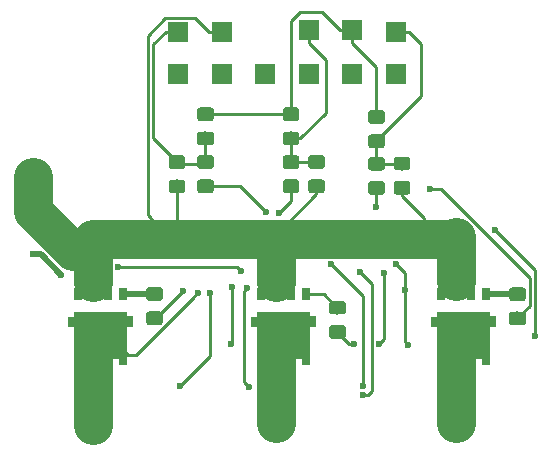
<source format=gbr>
G04 #@! TF.GenerationSoftware,KiCad,Pcbnew,(5.1.4)-1*
G04 #@! TF.CreationDate,2019-11-24T23:21:18+05:30*
G04 #@! TF.ProjectId,half_bridge_fd6288_v3.0,68616c66-5f62-4726-9964-67655f666436,rev?*
G04 #@! TF.SameCoordinates,Original*
G04 #@! TF.FileFunction,Copper,L2,Bot*
G04 #@! TF.FilePolarity,Positive*
%FSLAX46Y46*%
G04 Gerber Fmt 4.6, Leading zero omitted, Abs format (unit mm)*
G04 Created by KiCad (PCBNEW (5.1.4)-1) date 2019-11-24 23:21:18*
%MOMM*%
%LPD*%
G04 APERTURE LIST*
%ADD10C,1.524000*%
%ADD11C,0.150000*%
%ADD12R,0.750000X1.000000*%
%ADD13C,1.150000*%
%ADD14R,1.700000X1.700000*%
%ADD15C,0.600000*%
%ADD16C,0.800000*%
%ADD17C,3.290000*%
%ADD18C,0.500000*%
%ADD19C,0.250000*%
G04 APERTURE END LIST*
D10*
X45212000Y-112776000D03*
D11*
G36*
X47492000Y-111826000D02*
G01*
X47987000Y-111826000D01*
X47987000Y-112776000D01*
X47492000Y-112776000D01*
X47492000Y-115976000D01*
X46742000Y-115976000D01*
X46742000Y-115481000D01*
X43682000Y-115481000D01*
X43682000Y-115976000D01*
X42932000Y-115976000D01*
X42932000Y-112776000D01*
X42437000Y-112776000D01*
X42437000Y-111871000D01*
X42932000Y-111871000D01*
X42932000Y-111446000D01*
X47492000Y-111446000D01*
X47492000Y-111826000D01*
X47492000Y-111826000D01*
G37*
D12*
X47117000Y-109981000D03*
X45847000Y-109981000D03*
X44577000Y-109981000D03*
X43307000Y-109981000D03*
D10*
X60706000Y-112776000D03*
D11*
G36*
X62986000Y-111826000D02*
G01*
X63481000Y-111826000D01*
X63481000Y-112776000D01*
X62986000Y-112776000D01*
X62986000Y-115976000D01*
X62236000Y-115976000D01*
X62236000Y-115481000D01*
X59176000Y-115481000D01*
X59176000Y-115976000D01*
X58426000Y-115976000D01*
X58426000Y-112776000D01*
X57931000Y-112776000D01*
X57931000Y-111871000D01*
X58426000Y-111871000D01*
X58426000Y-111446000D01*
X62986000Y-111446000D01*
X62986000Y-111826000D01*
X62986000Y-111826000D01*
G37*
D12*
X62611000Y-109981000D03*
X61341000Y-109981000D03*
X60071000Y-109981000D03*
X58801000Y-109981000D03*
D10*
X75946000Y-112776000D03*
D11*
G36*
X78226000Y-111826000D02*
G01*
X78721000Y-111826000D01*
X78721000Y-112776000D01*
X78226000Y-112776000D01*
X78226000Y-115976000D01*
X77476000Y-115976000D01*
X77476000Y-115481000D01*
X74416000Y-115481000D01*
X74416000Y-115976000D01*
X73666000Y-115976000D01*
X73666000Y-112776000D01*
X73171000Y-112776000D01*
X73171000Y-111871000D01*
X73666000Y-111871000D01*
X73666000Y-111446000D01*
X78226000Y-111446000D01*
X78226000Y-111826000D01*
X78226000Y-111826000D01*
G37*
D12*
X77851000Y-109981000D03*
X76581000Y-109981000D03*
X75311000Y-109981000D03*
X74041000Y-109981000D03*
D11*
G36*
X50258505Y-111440204D02*
G01*
X50282773Y-111443804D01*
X50306572Y-111449765D01*
X50329671Y-111458030D01*
X50351850Y-111468520D01*
X50372893Y-111481132D01*
X50392599Y-111495747D01*
X50410777Y-111512223D01*
X50427253Y-111530401D01*
X50441868Y-111550107D01*
X50454480Y-111571150D01*
X50464970Y-111593329D01*
X50473235Y-111616428D01*
X50479196Y-111640227D01*
X50482796Y-111664495D01*
X50484000Y-111688999D01*
X50484000Y-112339001D01*
X50482796Y-112363505D01*
X50479196Y-112387773D01*
X50473235Y-112411572D01*
X50464970Y-112434671D01*
X50454480Y-112456850D01*
X50441868Y-112477893D01*
X50427253Y-112497599D01*
X50410777Y-112515777D01*
X50392599Y-112532253D01*
X50372893Y-112546868D01*
X50351850Y-112559480D01*
X50329671Y-112569970D01*
X50306572Y-112578235D01*
X50282773Y-112584196D01*
X50258505Y-112587796D01*
X50234001Y-112589000D01*
X49333999Y-112589000D01*
X49309495Y-112587796D01*
X49285227Y-112584196D01*
X49261428Y-112578235D01*
X49238329Y-112569970D01*
X49216150Y-112559480D01*
X49195107Y-112546868D01*
X49175401Y-112532253D01*
X49157223Y-112515777D01*
X49140747Y-112497599D01*
X49126132Y-112477893D01*
X49113520Y-112456850D01*
X49103030Y-112434671D01*
X49094765Y-112411572D01*
X49088804Y-112387773D01*
X49085204Y-112363505D01*
X49084000Y-112339001D01*
X49084000Y-111688999D01*
X49085204Y-111664495D01*
X49088804Y-111640227D01*
X49094765Y-111616428D01*
X49103030Y-111593329D01*
X49113520Y-111571150D01*
X49126132Y-111550107D01*
X49140747Y-111530401D01*
X49157223Y-111512223D01*
X49175401Y-111495747D01*
X49195107Y-111481132D01*
X49216150Y-111468520D01*
X49238329Y-111458030D01*
X49261428Y-111449765D01*
X49285227Y-111443804D01*
X49309495Y-111440204D01*
X49333999Y-111439000D01*
X50234001Y-111439000D01*
X50258505Y-111440204D01*
X50258505Y-111440204D01*
G37*
D13*
X49784000Y-112014000D03*
D11*
G36*
X50258505Y-109390204D02*
G01*
X50282773Y-109393804D01*
X50306572Y-109399765D01*
X50329671Y-109408030D01*
X50351850Y-109418520D01*
X50372893Y-109431132D01*
X50392599Y-109445747D01*
X50410777Y-109462223D01*
X50427253Y-109480401D01*
X50441868Y-109500107D01*
X50454480Y-109521150D01*
X50464970Y-109543329D01*
X50473235Y-109566428D01*
X50479196Y-109590227D01*
X50482796Y-109614495D01*
X50484000Y-109638999D01*
X50484000Y-110289001D01*
X50482796Y-110313505D01*
X50479196Y-110337773D01*
X50473235Y-110361572D01*
X50464970Y-110384671D01*
X50454480Y-110406850D01*
X50441868Y-110427893D01*
X50427253Y-110447599D01*
X50410777Y-110465777D01*
X50392599Y-110482253D01*
X50372893Y-110496868D01*
X50351850Y-110509480D01*
X50329671Y-110519970D01*
X50306572Y-110528235D01*
X50282773Y-110534196D01*
X50258505Y-110537796D01*
X50234001Y-110539000D01*
X49333999Y-110539000D01*
X49309495Y-110537796D01*
X49285227Y-110534196D01*
X49261428Y-110528235D01*
X49238329Y-110519970D01*
X49216150Y-110509480D01*
X49195107Y-110496868D01*
X49175401Y-110482253D01*
X49157223Y-110465777D01*
X49140747Y-110447599D01*
X49126132Y-110427893D01*
X49113520Y-110406850D01*
X49103030Y-110384671D01*
X49094765Y-110361572D01*
X49088804Y-110337773D01*
X49085204Y-110313505D01*
X49084000Y-110289001D01*
X49084000Y-109638999D01*
X49085204Y-109614495D01*
X49088804Y-109590227D01*
X49094765Y-109566428D01*
X49103030Y-109543329D01*
X49113520Y-109521150D01*
X49126132Y-109500107D01*
X49140747Y-109480401D01*
X49157223Y-109462223D01*
X49175401Y-109445747D01*
X49195107Y-109431132D01*
X49216150Y-109418520D01*
X49238329Y-109408030D01*
X49261428Y-109399765D01*
X49285227Y-109393804D01*
X49309495Y-109390204D01*
X49333999Y-109389000D01*
X50234001Y-109389000D01*
X50258505Y-109390204D01*
X50258505Y-109390204D01*
G37*
D13*
X49784000Y-109964000D03*
D11*
G36*
X52163505Y-100282204D02*
G01*
X52187773Y-100285804D01*
X52211572Y-100291765D01*
X52234671Y-100300030D01*
X52256850Y-100310520D01*
X52277893Y-100323132D01*
X52297599Y-100337747D01*
X52315777Y-100354223D01*
X52332253Y-100372401D01*
X52346868Y-100392107D01*
X52359480Y-100413150D01*
X52369970Y-100435329D01*
X52378235Y-100458428D01*
X52384196Y-100482227D01*
X52387796Y-100506495D01*
X52389000Y-100530999D01*
X52389000Y-101181001D01*
X52387796Y-101205505D01*
X52384196Y-101229773D01*
X52378235Y-101253572D01*
X52369970Y-101276671D01*
X52359480Y-101298850D01*
X52346868Y-101319893D01*
X52332253Y-101339599D01*
X52315777Y-101357777D01*
X52297599Y-101374253D01*
X52277893Y-101388868D01*
X52256850Y-101401480D01*
X52234671Y-101411970D01*
X52211572Y-101420235D01*
X52187773Y-101426196D01*
X52163505Y-101429796D01*
X52139001Y-101431000D01*
X51238999Y-101431000D01*
X51214495Y-101429796D01*
X51190227Y-101426196D01*
X51166428Y-101420235D01*
X51143329Y-101411970D01*
X51121150Y-101401480D01*
X51100107Y-101388868D01*
X51080401Y-101374253D01*
X51062223Y-101357777D01*
X51045747Y-101339599D01*
X51031132Y-101319893D01*
X51018520Y-101298850D01*
X51008030Y-101276671D01*
X50999765Y-101253572D01*
X50993804Y-101229773D01*
X50990204Y-101205505D01*
X50989000Y-101181001D01*
X50989000Y-100530999D01*
X50990204Y-100506495D01*
X50993804Y-100482227D01*
X50999765Y-100458428D01*
X51008030Y-100435329D01*
X51018520Y-100413150D01*
X51031132Y-100392107D01*
X51045747Y-100372401D01*
X51062223Y-100354223D01*
X51080401Y-100337747D01*
X51100107Y-100323132D01*
X51121150Y-100310520D01*
X51143329Y-100300030D01*
X51166428Y-100291765D01*
X51190227Y-100285804D01*
X51214495Y-100282204D01*
X51238999Y-100281000D01*
X52139001Y-100281000D01*
X52163505Y-100282204D01*
X52163505Y-100282204D01*
G37*
D13*
X51689000Y-100856000D03*
D11*
G36*
X52163505Y-98232204D02*
G01*
X52187773Y-98235804D01*
X52211572Y-98241765D01*
X52234671Y-98250030D01*
X52256850Y-98260520D01*
X52277893Y-98273132D01*
X52297599Y-98287747D01*
X52315777Y-98304223D01*
X52332253Y-98322401D01*
X52346868Y-98342107D01*
X52359480Y-98363150D01*
X52369970Y-98385329D01*
X52378235Y-98408428D01*
X52384196Y-98432227D01*
X52387796Y-98456495D01*
X52389000Y-98480999D01*
X52389000Y-99131001D01*
X52387796Y-99155505D01*
X52384196Y-99179773D01*
X52378235Y-99203572D01*
X52369970Y-99226671D01*
X52359480Y-99248850D01*
X52346868Y-99269893D01*
X52332253Y-99289599D01*
X52315777Y-99307777D01*
X52297599Y-99324253D01*
X52277893Y-99338868D01*
X52256850Y-99351480D01*
X52234671Y-99361970D01*
X52211572Y-99370235D01*
X52187773Y-99376196D01*
X52163505Y-99379796D01*
X52139001Y-99381000D01*
X51238999Y-99381000D01*
X51214495Y-99379796D01*
X51190227Y-99376196D01*
X51166428Y-99370235D01*
X51143329Y-99361970D01*
X51121150Y-99351480D01*
X51100107Y-99338868D01*
X51080401Y-99324253D01*
X51062223Y-99307777D01*
X51045747Y-99289599D01*
X51031132Y-99269893D01*
X51018520Y-99248850D01*
X51008030Y-99226671D01*
X50999765Y-99203572D01*
X50993804Y-99179773D01*
X50990204Y-99155505D01*
X50989000Y-99131001D01*
X50989000Y-98480999D01*
X50990204Y-98456495D01*
X50993804Y-98432227D01*
X50999765Y-98408428D01*
X51008030Y-98385329D01*
X51018520Y-98363150D01*
X51031132Y-98342107D01*
X51045747Y-98322401D01*
X51062223Y-98304223D01*
X51080401Y-98287747D01*
X51100107Y-98273132D01*
X51121150Y-98260520D01*
X51143329Y-98250030D01*
X51166428Y-98241765D01*
X51190227Y-98235804D01*
X51214495Y-98232204D01*
X51238999Y-98231000D01*
X52139001Y-98231000D01*
X52163505Y-98232204D01*
X52163505Y-98232204D01*
G37*
D13*
X51689000Y-98806000D03*
D11*
G36*
X54576505Y-100264204D02*
G01*
X54600773Y-100267804D01*
X54624572Y-100273765D01*
X54647671Y-100282030D01*
X54669850Y-100292520D01*
X54690893Y-100305132D01*
X54710599Y-100319747D01*
X54728777Y-100336223D01*
X54745253Y-100354401D01*
X54759868Y-100374107D01*
X54772480Y-100395150D01*
X54782970Y-100417329D01*
X54791235Y-100440428D01*
X54797196Y-100464227D01*
X54800796Y-100488495D01*
X54802000Y-100512999D01*
X54802000Y-101163001D01*
X54800796Y-101187505D01*
X54797196Y-101211773D01*
X54791235Y-101235572D01*
X54782970Y-101258671D01*
X54772480Y-101280850D01*
X54759868Y-101301893D01*
X54745253Y-101321599D01*
X54728777Y-101339777D01*
X54710599Y-101356253D01*
X54690893Y-101370868D01*
X54669850Y-101383480D01*
X54647671Y-101393970D01*
X54624572Y-101402235D01*
X54600773Y-101408196D01*
X54576505Y-101411796D01*
X54552001Y-101413000D01*
X53651999Y-101413000D01*
X53627495Y-101411796D01*
X53603227Y-101408196D01*
X53579428Y-101402235D01*
X53556329Y-101393970D01*
X53534150Y-101383480D01*
X53513107Y-101370868D01*
X53493401Y-101356253D01*
X53475223Y-101339777D01*
X53458747Y-101321599D01*
X53444132Y-101301893D01*
X53431520Y-101280850D01*
X53421030Y-101258671D01*
X53412765Y-101235572D01*
X53406804Y-101211773D01*
X53403204Y-101187505D01*
X53402000Y-101163001D01*
X53402000Y-100512999D01*
X53403204Y-100488495D01*
X53406804Y-100464227D01*
X53412765Y-100440428D01*
X53421030Y-100417329D01*
X53431520Y-100395150D01*
X53444132Y-100374107D01*
X53458747Y-100354401D01*
X53475223Y-100336223D01*
X53493401Y-100319747D01*
X53513107Y-100305132D01*
X53534150Y-100292520D01*
X53556329Y-100282030D01*
X53579428Y-100273765D01*
X53603227Y-100267804D01*
X53627495Y-100264204D01*
X53651999Y-100263000D01*
X54552001Y-100263000D01*
X54576505Y-100264204D01*
X54576505Y-100264204D01*
G37*
D13*
X54102000Y-100838000D03*
D11*
G36*
X54576505Y-98214204D02*
G01*
X54600773Y-98217804D01*
X54624572Y-98223765D01*
X54647671Y-98232030D01*
X54669850Y-98242520D01*
X54690893Y-98255132D01*
X54710599Y-98269747D01*
X54728777Y-98286223D01*
X54745253Y-98304401D01*
X54759868Y-98324107D01*
X54772480Y-98345150D01*
X54782970Y-98367329D01*
X54791235Y-98390428D01*
X54797196Y-98414227D01*
X54800796Y-98438495D01*
X54802000Y-98462999D01*
X54802000Y-99113001D01*
X54800796Y-99137505D01*
X54797196Y-99161773D01*
X54791235Y-99185572D01*
X54782970Y-99208671D01*
X54772480Y-99230850D01*
X54759868Y-99251893D01*
X54745253Y-99271599D01*
X54728777Y-99289777D01*
X54710599Y-99306253D01*
X54690893Y-99320868D01*
X54669850Y-99333480D01*
X54647671Y-99343970D01*
X54624572Y-99352235D01*
X54600773Y-99358196D01*
X54576505Y-99361796D01*
X54552001Y-99363000D01*
X53651999Y-99363000D01*
X53627495Y-99361796D01*
X53603227Y-99358196D01*
X53579428Y-99352235D01*
X53556329Y-99343970D01*
X53534150Y-99333480D01*
X53513107Y-99320868D01*
X53493401Y-99306253D01*
X53475223Y-99289777D01*
X53458747Y-99271599D01*
X53444132Y-99251893D01*
X53431520Y-99230850D01*
X53421030Y-99208671D01*
X53412765Y-99185572D01*
X53406804Y-99161773D01*
X53403204Y-99137505D01*
X53402000Y-99113001D01*
X53402000Y-98462999D01*
X53403204Y-98438495D01*
X53406804Y-98414227D01*
X53412765Y-98390428D01*
X53421030Y-98367329D01*
X53431520Y-98345150D01*
X53444132Y-98324107D01*
X53458747Y-98304401D01*
X53475223Y-98286223D01*
X53493401Y-98269747D01*
X53513107Y-98255132D01*
X53534150Y-98242520D01*
X53556329Y-98232030D01*
X53579428Y-98223765D01*
X53603227Y-98217804D01*
X53627495Y-98214204D01*
X53651999Y-98213000D01*
X54552001Y-98213000D01*
X54576505Y-98214204D01*
X54576505Y-98214204D01*
G37*
D13*
X54102000Y-98788000D03*
D11*
G36*
X54576505Y-94168204D02*
G01*
X54600773Y-94171804D01*
X54624572Y-94177765D01*
X54647671Y-94186030D01*
X54669850Y-94196520D01*
X54690893Y-94209132D01*
X54710599Y-94223747D01*
X54728777Y-94240223D01*
X54745253Y-94258401D01*
X54759868Y-94278107D01*
X54772480Y-94299150D01*
X54782970Y-94321329D01*
X54791235Y-94344428D01*
X54797196Y-94368227D01*
X54800796Y-94392495D01*
X54802000Y-94416999D01*
X54802000Y-95067001D01*
X54800796Y-95091505D01*
X54797196Y-95115773D01*
X54791235Y-95139572D01*
X54782970Y-95162671D01*
X54772480Y-95184850D01*
X54759868Y-95205893D01*
X54745253Y-95225599D01*
X54728777Y-95243777D01*
X54710599Y-95260253D01*
X54690893Y-95274868D01*
X54669850Y-95287480D01*
X54647671Y-95297970D01*
X54624572Y-95306235D01*
X54600773Y-95312196D01*
X54576505Y-95315796D01*
X54552001Y-95317000D01*
X53651999Y-95317000D01*
X53627495Y-95315796D01*
X53603227Y-95312196D01*
X53579428Y-95306235D01*
X53556329Y-95297970D01*
X53534150Y-95287480D01*
X53513107Y-95274868D01*
X53493401Y-95260253D01*
X53475223Y-95243777D01*
X53458747Y-95225599D01*
X53444132Y-95205893D01*
X53431520Y-95184850D01*
X53421030Y-95162671D01*
X53412765Y-95139572D01*
X53406804Y-95115773D01*
X53403204Y-95091505D01*
X53402000Y-95067001D01*
X53402000Y-94416999D01*
X53403204Y-94392495D01*
X53406804Y-94368227D01*
X53412765Y-94344428D01*
X53421030Y-94321329D01*
X53431520Y-94299150D01*
X53444132Y-94278107D01*
X53458747Y-94258401D01*
X53475223Y-94240223D01*
X53493401Y-94223747D01*
X53513107Y-94209132D01*
X53534150Y-94196520D01*
X53556329Y-94186030D01*
X53579428Y-94177765D01*
X53603227Y-94171804D01*
X53627495Y-94168204D01*
X53651999Y-94167000D01*
X54552001Y-94167000D01*
X54576505Y-94168204D01*
X54576505Y-94168204D01*
G37*
D13*
X54102000Y-94742000D03*
D11*
G36*
X54576505Y-96218204D02*
G01*
X54600773Y-96221804D01*
X54624572Y-96227765D01*
X54647671Y-96236030D01*
X54669850Y-96246520D01*
X54690893Y-96259132D01*
X54710599Y-96273747D01*
X54728777Y-96290223D01*
X54745253Y-96308401D01*
X54759868Y-96328107D01*
X54772480Y-96349150D01*
X54782970Y-96371329D01*
X54791235Y-96394428D01*
X54797196Y-96418227D01*
X54800796Y-96442495D01*
X54802000Y-96466999D01*
X54802000Y-97117001D01*
X54800796Y-97141505D01*
X54797196Y-97165773D01*
X54791235Y-97189572D01*
X54782970Y-97212671D01*
X54772480Y-97234850D01*
X54759868Y-97255893D01*
X54745253Y-97275599D01*
X54728777Y-97293777D01*
X54710599Y-97310253D01*
X54690893Y-97324868D01*
X54669850Y-97337480D01*
X54647671Y-97347970D01*
X54624572Y-97356235D01*
X54600773Y-97362196D01*
X54576505Y-97365796D01*
X54552001Y-97367000D01*
X53651999Y-97367000D01*
X53627495Y-97365796D01*
X53603227Y-97362196D01*
X53579428Y-97356235D01*
X53556329Y-97347970D01*
X53534150Y-97337480D01*
X53513107Y-97324868D01*
X53493401Y-97310253D01*
X53475223Y-97293777D01*
X53458747Y-97275599D01*
X53444132Y-97255893D01*
X53431520Y-97234850D01*
X53421030Y-97212671D01*
X53412765Y-97189572D01*
X53406804Y-97165773D01*
X53403204Y-97141505D01*
X53402000Y-97117001D01*
X53402000Y-96466999D01*
X53403204Y-96442495D01*
X53406804Y-96418227D01*
X53412765Y-96394428D01*
X53421030Y-96371329D01*
X53431520Y-96349150D01*
X53444132Y-96328107D01*
X53458747Y-96308401D01*
X53475223Y-96290223D01*
X53493401Y-96273747D01*
X53513107Y-96259132D01*
X53534150Y-96246520D01*
X53556329Y-96236030D01*
X53579428Y-96227765D01*
X53603227Y-96221804D01*
X53627495Y-96218204D01*
X53651999Y-96217000D01*
X54552001Y-96217000D01*
X54576505Y-96218204D01*
X54576505Y-96218204D01*
G37*
D13*
X54102000Y-96792000D03*
D11*
G36*
X65752505Y-112592204D02*
G01*
X65776773Y-112595804D01*
X65800572Y-112601765D01*
X65823671Y-112610030D01*
X65845850Y-112620520D01*
X65866893Y-112633132D01*
X65886599Y-112647747D01*
X65904777Y-112664223D01*
X65921253Y-112682401D01*
X65935868Y-112702107D01*
X65948480Y-112723150D01*
X65958970Y-112745329D01*
X65967235Y-112768428D01*
X65973196Y-112792227D01*
X65976796Y-112816495D01*
X65978000Y-112840999D01*
X65978000Y-113491001D01*
X65976796Y-113515505D01*
X65973196Y-113539773D01*
X65967235Y-113563572D01*
X65958970Y-113586671D01*
X65948480Y-113608850D01*
X65935868Y-113629893D01*
X65921253Y-113649599D01*
X65904777Y-113667777D01*
X65886599Y-113684253D01*
X65866893Y-113698868D01*
X65845850Y-113711480D01*
X65823671Y-113721970D01*
X65800572Y-113730235D01*
X65776773Y-113736196D01*
X65752505Y-113739796D01*
X65728001Y-113741000D01*
X64827999Y-113741000D01*
X64803495Y-113739796D01*
X64779227Y-113736196D01*
X64755428Y-113730235D01*
X64732329Y-113721970D01*
X64710150Y-113711480D01*
X64689107Y-113698868D01*
X64669401Y-113684253D01*
X64651223Y-113667777D01*
X64634747Y-113649599D01*
X64620132Y-113629893D01*
X64607520Y-113608850D01*
X64597030Y-113586671D01*
X64588765Y-113563572D01*
X64582804Y-113539773D01*
X64579204Y-113515505D01*
X64578000Y-113491001D01*
X64578000Y-112840999D01*
X64579204Y-112816495D01*
X64582804Y-112792227D01*
X64588765Y-112768428D01*
X64597030Y-112745329D01*
X64607520Y-112723150D01*
X64620132Y-112702107D01*
X64634747Y-112682401D01*
X64651223Y-112664223D01*
X64669401Y-112647747D01*
X64689107Y-112633132D01*
X64710150Y-112620520D01*
X64732329Y-112610030D01*
X64755428Y-112601765D01*
X64779227Y-112595804D01*
X64803495Y-112592204D01*
X64827999Y-112591000D01*
X65728001Y-112591000D01*
X65752505Y-112592204D01*
X65752505Y-112592204D01*
G37*
D13*
X65278000Y-113166000D03*
D11*
G36*
X65752505Y-110542204D02*
G01*
X65776773Y-110545804D01*
X65800572Y-110551765D01*
X65823671Y-110560030D01*
X65845850Y-110570520D01*
X65866893Y-110583132D01*
X65886599Y-110597747D01*
X65904777Y-110614223D01*
X65921253Y-110632401D01*
X65935868Y-110652107D01*
X65948480Y-110673150D01*
X65958970Y-110695329D01*
X65967235Y-110718428D01*
X65973196Y-110742227D01*
X65976796Y-110766495D01*
X65978000Y-110790999D01*
X65978000Y-111441001D01*
X65976796Y-111465505D01*
X65973196Y-111489773D01*
X65967235Y-111513572D01*
X65958970Y-111536671D01*
X65948480Y-111558850D01*
X65935868Y-111579893D01*
X65921253Y-111599599D01*
X65904777Y-111617777D01*
X65886599Y-111634253D01*
X65866893Y-111648868D01*
X65845850Y-111661480D01*
X65823671Y-111671970D01*
X65800572Y-111680235D01*
X65776773Y-111686196D01*
X65752505Y-111689796D01*
X65728001Y-111691000D01*
X64827999Y-111691000D01*
X64803495Y-111689796D01*
X64779227Y-111686196D01*
X64755428Y-111680235D01*
X64732329Y-111671970D01*
X64710150Y-111661480D01*
X64689107Y-111648868D01*
X64669401Y-111634253D01*
X64651223Y-111617777D01*
X64634747Y-111599599D01*
X64620132Y-111579893D01*
X64607520Y-111558850D01*
X64597030Y-111536671D01*
X64588765Y-111513572D01*
X64582804Y-111489773D01*
X64579204Y-111465505D01*
X64578000Y-111441001D01*
X64578000Y-110790999D01*
X64579204Y-110766495D01*
X64582804Y-110742227D01*
X64588765Y-110718428D01*
X64597030Y-110695329D01*
X64607520Y-110673150D01*
X64620132Y-110652107D01*
X64634747Y-110632401D01*
X64651223Y-110614223D01*
X64669401Y-110597747D01*
X64689107Y-110583132D01*
X64710150Y-110570520D01*
X64732329Y-110560030D01*
X64755428Y-110551765D01*
X64779227Y-110545804D01*
X64803495Y-110542204D01*
X64827999Y-110541000D01*
X65728001Y-110541000D01*
X65752505Y-110542204D01*
X65752505Y-110542204D01*
G37*
D13*
X65278000Y-111116000D03*
D11*
G36*
X63974505Y-98214204D02*
G01*
X63998773Y-98217804D01*
X64022572Y-98223765D01*
X64045671Y-98232030D01*
X64067850Y-98242520D01*
X64088893Y-98255132D01*
X64108599Y-98269747D01*
X64126777Y-98286223D01*
X64143253Y-98304401D01*
X64157868Y-98324107D01*
X64170480Y-98345150D01*
X64180970Y-98367329D01*
X64189235Y-98390428D01*
X64195196Y-98414227D01*
X64198796Y-98438495D01*
X64200000Y-98462999D01*
X64200000Y-99113001D01*
X64198796Y-99137505D01*
X64195196Y-99161773D01*
X64189235Y-99185572D01*
X64180970Y-99208671D01*
X64170480Y-99230850D01*
X64157868Y-99251893D01*
X64143253Y-99271599D01*
X64126777Y-99289777D01*
X64108599Y-99306253D01*
X64088893Y-99320868D01*
X64067850Y-99333480D01*
X64045671Y-99343970D01*
X64022572Y-99352235D01*
X63998773Y-99358196D01*
X63974505Y-99361796D01*
X63950001Y-99363000D01*
X63049999Y-99363000D01*
X63025495Y-99361796D01*
X63001227Y-99358196D01*
X62977428Y-99352235D01*
X62954329Y-99343970D01*
X62932150Y-99333480D01*
X62911107Y-99320868D01*
X62891401Y-99306253D01*
X62873223Y-99289777D01*
X62856747Y-99271599D01*
X62842132Y-99251893D01*
X62829520Y-99230850D01*
X62819030Y-99208671D01*
X62810765Y-99185572D01*
X62804804Y-99161773D01*
X62801204Y-99137505D01*
X62800000Y-99113001D01*
X62800000Y-98462999D01*
X62801204Y-98438495D01*
X62804804Y-98414227D01*
X62810765Y-98390428D01*
X62819030Y-98367329D01*
X62829520Y-98345150D01*
X62842132Y-98324107D01*
X62856747Y-98304401D01*
X62873223Y-98286223D01*
X62891401Y-98269747D01*
X62911107Y-98255132D01*
X62932150Y-98242520D01*
X62954329Y-98232030D01*
X62977428Y-98223765D01*
X63001227Y-98217804D01*
X63025495Y-98214204D01*
X63049999Y-98213000D01*
X63950001Y-98213000D01*
X63974505Y-98214204D01*
X63974505Y-98214204D01*
G37*
D13*
X63500000Y-98788000D03*
D11*
G36*
X63974505Y-100264204D02*
G01*
X63998773Y-100267804D01*
X64022572Y-100273765D01*
X64045671Y-100282030D01*
X64067850Y-100292520D01*
X64088893Y-100305132D01*
X64108599Y-100319747D01*
X64126777Y-100336223D01*
X64143253Y-100354401D01*
X64157868Y-100374107D01*
X64170480Y-100395150D01*
X64180970Y-100417329D01*
X64189235Y-100440428D01*
X64195196Y-100464227D01*
X64198796Y-100488495D01*
X64200000Y-100512999D01*
X64200000Y-101163001D01*
X64198796Y-101187505D01*
X64195196Y-101211773D01*
X64189235Y-101235572D01*
X64180970Y-101258671D01*
X64170480Y-101280850D01*
X64157868Y-101301893D01*
X64143253Y-101321599D01*
X64126777Y-101339777D01*
X64108599Y-101356253D01*
X64088893Y-101370868D01*
X64067850Y-101383480D01*
X64045671Y-101393970D01*
X64022572Y-101402235D01*
X63998773Y-101408196D01*
X63974505Y-101411796D01*
X63950001Y-101413000D01*
X63049999Y-101413000D01*
X63025495Y-101411796D01*
X63001227Y-101408196D01*
X62977428Y-101402235D01*
X62954329Y-101393970D01*
X62932150Y-101383480D01*
X62911107Y-101370868D01*
X62891401Y-101356253D01*
X62873223Y-101339777D01*
X62856747Y-101321599D01*
X62842132Y-101301893D01*
X62829520Y-101280850D01*
X62819030Y-101258671D01*
X62810765Y-101235572D01*
X62804804Y-101211773D01*
X62801204Y-101187505D01*
X62800000Y-101163001D01*
X62800000Y-100512999D01*
X62801204Y-100488495D01*
X62804804Y-100464227D01*
X62810765Y-100440428D01*
X62819030Y-100417329D01*
X62829520Y-100395150D01*
X62842132Y-100374107D01*
X62856747Y-100354401D01*
X62873223Y-100336223D01*
X62891401Y-100319747D01*
X62911107Y-100305132D01*
X62932150Y-100292520D01*
X62954329Y-100282030D01*
X62977428Y-100273765D01*
X63001227Y-100267804D01*
X63025495Y-100264204D01*
X63049999Y-100263000D01*
X63950001Y-100263000D01*
X63974505Y-100264204D01*
X63974505Y-100264204D01*
G37*
D13*
X63500000Y-100838000D03*
D11*
G36*
X61815505Y-98214204D02*
G01*
X61839773Y-98217804D01*
X61863572Y-98223765D01*
X61886671Y-98232030D01*
X61908850Y-98242520D01*
X61929893Y-98255132D01*
X61949599Y-98269747D01*
X61967777Y-98286223D01*
X61984253Y-98304401D01*
X61998868Y-98324107D01*
X62011480Y-98345150D01*
X62021970Y-98367329D01*
X62030235Y-98390428D01*
X62036196Y-98414227D01*
X62039796Y-98438495D01*
X62041000Y-98462999D01*
X62041000Y-99113001D01*
X62039796Y-99137505D01*
X62036196Y-99161773D01*
X62030235Y-99185572D01*
X62021970Y-99208671D01*
X62011480Y-99230850D01*
X61998868Y-99251893D01*
X61984253Y-99271599D01*
X61967777Y-99289777D01*
X61949599Y-99306253D01*
X61929893Y-99320868D01*
X61908850Y-99333480D01*
X61886671Y-99343970D01*
X61863572Y-99352235D01*
X61839773Y-99358196D01*
X61815505Y-99361796D01*
X61791001Y-99363000D01*
X60890999Y-99363000D01*
X60866495Y-99361796D01*
X60842227Y-99358196D01*
X60818428Y-99352235D01*
X60795329Y-99343970D01*
X60773150Y-99333480D01*
X60752107Y-99320868D01*
X60732401Y-99306253D01*
X60714223Y-99289777D01*
X60697747Y-99271599D01*
X60683132Y-99251893D01*
X60670520Y-99230850D01*
X60660030Y-99208671D01*
X60651765Y-99185572D01*
X60645804Y-99161773D01*
X60642204Y-99137505D01*
X60641000Y-99113001D01*
X60641000Y-98462999D01*
X60642204Y-98438495D01*
X60645804Y-98414227D01*
X60651765Y-98390428D01*
X60660030Y-98367329D01*
X60670520Y-98345150D01*
X60683132Y-98324107D01*
X60697747Y-98304401D01*
X60714223Y-98286223D01*
X60732401Y-98269747D01*
X60752107Y-98255132D01*
X60773150Y-98242520D01*
X60795329Y-98232030D01*
X60818428Y-98223765D01*
X60842227Y-98217804D01*
X60866495Y-98214204D01*
X60890999Y-98213000D01*
X61791001Y-98213000D01*
X61815505Y-98214204D01*
X61815505Y-98214204D01*
G37*
D13*
X61341000Y-98788000D03*
D11*
G36*
X61815505Y-100264204D02*
G01*
X61839773Y-100267804D01*
X61863572Y-100273765D01*
X61886671Y-100282030D01*
X61908850Y-100292520D01*
X61929893Y-100305132D01*
X61949599Y-100319747D01*
X61967777Y-100336223D01*
X61984253Y-100354401D01*
X61998868Y-100374107D01*
X62011480Y-100395150D01*
X62021970Y-100417329D01*
X62030235Y-100440428D01*
X62036196Y-100464227D01*
X62039796Y-100488495D01*
X62041000Y-100512999D01*
X62041000Y-101163001D01*
X62039796Y-101187505D01*
X62036196Y-101211773D01*
X62030235Y-101235572D01*
X62021970Y-101258671D01*
X62011480Y-101280850D01*
X61998868Y-101301893D01*
X61984253Y-101321599D01*
X61967777Y-101339777D01*
X61949599Y-101356253D01*
X61929893Y-101370868D01*
X61908850Y-101383480D01*
X61886671Y-101393970D01*
X61863572Y-101402235D01*
X61839773Y-101408196D01*
X61815505Y-101411796D01*
X61791001Y-101413000D01*
X60890999Y-101413000D01*
X60866495Y-101411796D01*
X60842227Y-101408196D01*
X60818428Y-101402235D01*
X60795329Y-101393970D01*
X60773150Y-101383480D01*
X60752107Y-101370868D01*
X60732401Y-101356253D01*
X60714223Y-101339777D01*
X60697747Y-101321599D01*
X60683132Y-101301893D01*
X60670520Y-101280850D01*
X60660030Y-101258671D01*
X60651765Y-101235572D01*
X60645804Y-101211773D01*
X60642204Y-101187505D01*
X60641000Y-101163001D01*
X60641000Y-100512999D01*
X60642204Y-100488495D01*
X60645804Y-100464227D01*
X60651765Y-100440428D01*
X60660030Y-100417329D01*
X60670520Y-100395150D01*
X60683132Y-100374107D01*
X60697747Y-100354401D01*
X60714223Y-100336223D01*
X60732401Y-100319747D01*
X60752107Y-100305132D01*
X60773150Y-100292520D01*
X60795329Y-100282030D01*
X60818428Y-100273765D01*
X60842227Y-100267804D01*
X60866495Y-100264204D01*
X60890999Y-100263000D01*
X61791001Y-100263000D01*
X61815505Y-100264204D01*
X61815505Y-100264204D01*
G37*
D13*
X61341000Y-100838000D03*
D11*
G36*
X61815505Y-94168204D02*
G01*
X61839773Y-94171804D01*
X61863572Y-94177765D01*
X61886671Y-94186030D01*
X61908850Y-94196520D01*
X61929893Y-94209132D01*
X61949599Y-94223747D01*
X61967777Y-94240223D01*
X61984253Y-94258401D01*
X61998868Y-94278107D01*
X62011480Y-94299150D01*
X62021970Y-94321329D01*
X62030235Y-94344428D01*
X62036196Y-94368227D01*
X62039796Y-94392495D01*
X62041000Y-94416999D01*
X62041000Y-95067001D01*
X62039796Y-95091505D01*
X62036196Y-95115773D01*
X62030235Y-95139572D01*
X62021970Y-95162671D01*
X62011480Y-95184850D01*
X61998868Y-95205893D01*
X61984253Y-95225599D01*
X61967777Y-95243777D01*
X61949599Y-95260253D01*
X61929893Y-95274868D01*
X61908850Y-95287480D01*
X61886671Y-95297970D01*
X61863572Y-95306235D01*
X61839773Y-95312196D01*
X61815505Y-95315796D01*
X61791001Y-95317000D01*
X60890999Y-95317000D01*
X60866495Y-95315796D01*
X60842227Y-95312196D01*
X60818428Y-95306235D01*
X60795329Y-95297970D01*
X60773150Y-95287480D01*
X60752107Y-95274868D01*
X60732401Y-95260253D01*
X60714223Y-95243777D01*
X60697747Y-95225599D01*
X60683132Y-95205893D01*
X60670520Y-95184850D01*
X60660030Y-95162671D01*
X60651765Y-95139572D01*
X60645804Y-95115773D01*
X60642204Y-95091505D01*
X60641000Y-95067001D01*
X60641000Y-94416999D01*
X60642204Y-94392495D01*
X60645804Y-94368227D01*
X60651765Y-94344428D01*
X60660030Y-94321329D01*
X60670520Y-94299150D01*
X60683132Y-94278107D01*
X60697747Y-94258401D01*
X60714223Y-94240223D01*
X60732401Y-94223747D01*
X60752107Y-94209132D01*
X60773150Y-94196520D01*
X60795329Y-94186030D01*
X60818428Y-94177765D01*
X60842227Y-94171804D01*
X60866495Y-94168204D01*
X60890999Y-94167000D01*
X61791001Y-94167000D01*
X61815505Y-94168204D01*
X61815505Y-94168204D01*
G37*
D13*
X61341000Y-94742000D03*
D11*
G36*
X61815505Y-96218204D02*
G01*
X61839773Y-96221804D01*
X61863572Y-96227765D01*
X61886671Y-96236030D01*
X61908850Y-96246520D01*
X61929893Y-96259132D01*
X61949599Y-96273747D01*
X61967777Y-96290223D01*
X61984253Y-96308401D01*
X61998868Y-96328107D01*
X62011480Y-96349150D01*
X62021970Y-96371329D01*
X62030235Y-96394428D01*
X62036196Y-96418227D01*
X62039796Y-96442495D01*
X62041000Y-96466999D01*
X62041000Y-97117001D01*
X62039796Y-97141505D01*
X62036196Y-97165773D01*
X62030235Y-97189572D01*
X62021970Y-97212671D01*
X62011480Y-97234850D01*
X61998868Y-97255893D01*
X61984253Y-97275599D01*
X61967777Y-97293777D01*
X61949599Y-97310253D01*
X61929893Y-97324868D01*
X61908850Y-97337480D01*
X61886671Y-97347970D01*
X61863572Y-97356235D01*
X61839773Y-97362196D01*
X61815505Y-97365796D01*
X61791001Y-97367000D01*
X60890999Y-97367000D01*
X60866495Y-97365796D01*
X60842227Y-97362196D01*
X60818428Y-97356235D01*
X60795329Y-97347970D01*
X60773150Y-97337480D01*
X60752107Y-97324868D01*
X60732401Y-97310253D01*
X60714223Y-97293777D01*
X60697747Y-97275599D01*
X60683132Y-97255893D01*
X60670520Y-97234850D01*
X60660030Y-97212671D01*
X60651765Y-97189572D01*
X60645804Y-97165773D01*
X60642204Y-97141505D01*
X60641000Y-97117001D01*
X60641000Y-96466999D01*
X60642204Y-96442495D01*
X60645804Y-96418227D01*
X60651765Y-96394428D01*
X60660030Y-96371329D01*
X60670520Y-96349150D01*
X60683132Y-96328107D01*
X60697747Y-96308401D01*
X60714223Y-96290223D01*
X60732401Y-96273747D01*
X60752107Y-96259132D01*
X60773150Y-96246520D01*
X60795329Y-96236030D01*
X60818428Y-96227765D01*
X60842227Y-96221804D01*
X60866495Y-96218204D01*
X60890999Y-96217000D01*
X61791001Y-96217000D01*
X61815505Y-96218204D01*
X61815505Y-96218204D01*
G37*
D13*
X61341000Y-96792000D03*
D11*
G36*
X71213505Y-98341204D02*
G01*
X71237773Y-98344804D01*
X71261572Y-98350765D01*
X71284671Y-98359030D01*
X71306850Y-98369520D01*
X71327893Y-98382132D01*
X71347599Y-98396747D01*
X71365777Y-98413223D01*
X71382253Y-98431401D01*
X71396868Y-98451107D01*
X71409480Y-98472150D01*
X71419970Y-98494329D01*
X71428235Y-98517428D01*
X71434196Y-98541227D01*
X71437796Y-98565495D01*
X71439000Y-98589999D01*
X71439000Y-99240001D01*
X71437796Y-99264505D01*
X71434196Y-99288773D01*
X71428235Y-99312572D01*
X71419970Y-99335671D01*
X71409480Y-99357850D01*
X71396868Y-99378893D01*
X71382253Y-99398599D01*
X71365777Y-99416777D01*
X71347599Y-99433253D01*
X71327893Y-99447868D01*
X71306850Y-99460480D01*
X71284671Y-99470970D01*
X71261572Y-99479235D01*
X71237773Y-99485196D01*
X71213505Y-99488796D01*
X71189001Y-99490000D01*
X70288999Y-99490000D01*
X70264495Y-99488796D01*
X70240227Y-99485196D01*
X70216428Y-99479235D01*
X70193329Y-99470970D01*
X70171150Y-99460480D01*
X70150107Y-99447868D01*
X70130401Y-99433253D01*
X70112223Y-99416777D01*
X70095747Y-99398599D01*
X70081132Y-99378893D01*
X70068520Y-99357850D01*
X70058030Y-99335671D01*
X70049765Y-99312572D01*
X70043804Y-99288773D01*
X70040204Y-99264505D01*
X70039000Y-99240001D01*
X70039000Y-98589999D01*
X70040204Y-98565495D01*
X70043804Y-98541227D01*
X70049765Y-98517428D01*
X70058030Y-98494329D01*
X70068520Y-98472150D01*
X70081132Y-98451107D01*
X70095747Y-98431401D01*
X70112223Y-98413223D01*
X70130401Y-98396747D01*
X70150107Y-98382132D01*
X70171150Y-98369520D01*
X70193329Y-98359030D01*
X70216428Y-98350765D01*
X70240227Y-98344804D01*
X70264495Y-98341204D01*
X70288999Y-98340000D01*
X71189001Y-98340000D01*
X71213505Y-98341204D01*
X71213505Y-98341204D01*
G37*
D13*
X70739000Y-98915000D03*
D11*
G36*
X71213505Y-100391204D02*
G01*
X71237773Y-100394804D01*
X71261572Y-100400765D01*
X71284671Y-100409030D01*
X71306850Y-100419520D01*
X71327893Y-100432132D01*
X71347599Y-100446747D01*
X71365777Y-100463223D01*
X71382253Y-100481401D01*
X71396868Y-100501107D01*
X71409480Y-100522150D01*
X71419970Y-100544329D01*
X71428235Y-100567428D01*
X71434196Y-100591227D01*
X71437796Y-100615495D01*
X71439000Y-100639999D01*
X71439000Y-101290001D01*
X71437796Y-101314505D01*
X71434196Y-101338773D01*
X71428235Y-101362572D01*
X71419970Y-101385671D01*
X71409480Y-101407850D01*
X71396868Y-101428893D01*
X71382253Y-101448599D01*
X71365777Y-101466777D01*
X71347599Y-101483253D01*
X71327893Y-101497868D01*
X71306850Y-101510480D01*
X71284671Y-101520970D01*
X71261572Y-101529235D01*
X71237773Y-101535196D01*
X71213505Y-101538796D01*
X71189001Y-101540000D01*
X70288999Y-101540000D01*
X70264495Y-101538796D01*
X70240227Y-101535196D01*
X70216428Y-101529235D01*
X70193329Y-101520970D01*
X70171150Y-101510480D01*
X70150107Y-101497868D01*
X70130401Y-101483253D01*
X70112223Y-101466777D01*
X70095747Y-101448599D01*
X70081132Y-101428893D01*
X70068520Y-101407850D01*
X70058030Y-101385671D01*
X70049765Y-101362572D01*
X70043804Y-101338773D01*
X70040204Y-101314505D01*
X70039000Y-101290001D01*
X70039000Y-100639999D01*
X70040204Y-100615495D01*
X70043804Y-100591227D01*
X70049765Y-100567428D01*
X70058030Y-100544329D01*
X70068520Y-100522150D01*
X70081132Y-100501107D01*
X70095747Y-100481401D01*
X70112223Y-100463223D01*
X70130401Y-100446747D01*
X70150107Y-100432132D01*
X70171150Y-100419520D01*
X70193329Y-100409030D01*
X70216428Y-100400765D01*
X70240227Y-100394804D01*
X70264495Y-100391204D01*
X70288999Y-100390000D01*
X71189001Y-100390000D01*
X71213505Y-100391204D01*
X71213505Y-100391204D01*
G37*
D13*
X70739000Y-100965000D03*
D11*
G36*
X69054505Y-98359204D02*
G01*
X69078773Y-98362804D01*
X69102572Y-98368765D01*
X69125671Y-98377030D01*
X69147850Y-98387520D01*
X69168893Y-98400132D01*
X69188599Y-98414747D01*
X69206777Y-98431223D01*
X69223253Y-98449401D01*
X69237868Y-98469107D01*
X69250480Y-98490150D01*
X69260970Y-98512329D01*
X69269235Y-98535428D01*
X69275196Y-98559227D01*
X69278796Y-98583495D01*
X69280000Y-98607999D01*
X69280000Y-99258001D01*
X69278796Y-99282505D01*
X69275196Y-99306773D01*
X69269235Y-99330572D01*
X69260970Y-99353671D01*
X69250480Y-99375850D01*
X69237868Y-99396893D01*
X69223253Y-99416599D01*
X69206777Y-99434777D01*
X69188599Y-99451253D01*
X69168893Y-99465868D01*
X69147850Y-99478480D01*
X69125671Y-99488970D01*
X69102572Y-99497235D01*
X69078773Y-99503196D01*
X69054505Y-99506796D01*
X69030001Y-99508000D01*
X68129999Y-99508000D01*
X68105495Y-99506796D01*
X68081227Y-99503196D01*
X68057428Y-99497235D01*
X68034329Y-99488970D01*
X68012150Y-99478480D01*
X67991107Y-99465868D01*
X67971401Y-99451253D01*
X67953223Y-99434777D01*
X67936747Y-99416599D01*
X67922132Y-99396893D01*
X67909520Y-99375850D01*
X67899030Y-99353671D01*
X67890765Y-99330572D01*
X67884804Y-99306773D01*
X67881204Y-99282505D01*
X67880000Y-99258001D01*
X67880000Y-98607999D01*
X67881204Y-98583495D01*
X67884804Y-98559227D01*
X67890765Y-98535428D01*
X67899030Y-98512329D01*
X67909520Y-98490150D01*
X67922132Y-98469107D01*
X67936747Y-98449401D01*
X67953223Y-98431223D01*
X67971401Y-98414747D01*
X67991107Y-98400132D01*
X68012150Y-98387520D01*
X68034329Y-98377030D01*
X68057428Y-98368765D01*
X68081227Y-98362804D01*
X68105495Y-98359204D01*
X68129999Y-98358000D01*
X69030001Y-98358000D01*
X69054505Y-98359204D01*
X69054505Y-98359204D01*
G37*
D13*
X68580000Y-98933000D03*
D11*
G36*
X69054505Y-100409204D02*
G01*
X69078773Y-100412804D01*
X69102572Y-100418765D01*
X69125671Y-100427030D01*
X69147850Y-100437520D01*
X69168893Y-100450132D01*
X69188599Y-100464747D01*
X69206777Y-100481223D01*
X69223253Y-100499401D01*
X69237868Y-100519107D01*
X69250480Y-100540150D01*
X69260970Y-100562329D01*
X69269235Y-100585428D01*
X69275196Y-100609227D01*
X69278796Y-100633495D01*
X69280000Y-100657999D01*
X69280000Y-101308001D01*
X69278796Y-101332505D01*
X69275196Y-101356773D01*
X69269235Y-101380572D01*
X69260970Y-101403671D01*
X69250480Y-101425850D01*
X69237868Y-101446893D01*
X69223253Y-101466599D01*
X69206777Y-101484777D01*
X69188599Y-101501253D01*
X69168893Y-101515868D01*
X69147850Y-101528480D01*
X69125671Y-101538970D01*
X69102572Y-101547235D01*
X69078773Y-101553196D01*
X69054505Y-101556796D01*
X69030001Y-101558000D01*
X68129999Y-101558000D01*
X68105495Y-101556796D01*
X68081227Y-101553196D01*
X68057428Y-101547235D01*
X68034329Y-101538970D01*
X68012150Y-101528480D01*
X67991107Y-101515868D01*
X67971401Y-101501253D01*
X67953223Y-101484777D01*
X67936747Y-101466599D01*
X67922132Y-101446893D01*
X67909520Y-101425850D01*
X67899030Y-101403671D01*
X67890765Y-101380572D01*
X67884804Y-101356773D01*
X67881204Y-101332505D01*
X67880000Y-101308001D01*
X67880000Y-100657999D01*
X67881204Y-100633495D01*
X67884804Y-100609227D01*
X67890765Y-100585428D01*
X67899030Y-100562329D01*
X67909520Y-100540150D01*
X67922132Y-100519107D01*
X67936747Y-100499401D01*
X67953223Y-100481223D01*
X67971401Y-100464747D01*
X67991107Y-100450132D01*
X68012150Y-100437520D01*
X68034329Y-100427030D01*
X68057428Y-100418765D01*
X68081227Y-100412804D01*
X68105495Y-100409204D01*
X68129999Y-100408000D01*
X69030001Y-100408000D01*
X69054505Y-100409204D01*
X69054505Y-100409204D01*
G37*
D13*
X68580000Y-100983000D03*
D11*
G36*
X69054505Y-96454204D02*
G01*
X69078773Y-96457804D01*
X69102572Y-96463765D01*
X69125671Y-96472030D01*
X69147850Y-96482520D01*
X69168893Y-96495132D01*
X69188599Y-96509747D01*
X69206777Y-96526223D01*
X69223253Y-96544401D01*
X69237868Y-96564107D01*
X69250480Y-96585150D01*
X69260970Y-96607329D01*
X69269235Y-96630428D01*
X69275196Y-96654227D01*
X69278796Y-96678495D01*
X69280000Y-96702999D01*
X69280000Y-97353001D01*
X69278796Y-97377505D01*
X69275196Y-97401773D01*
X69269235Y-97425572D01*
X69260970Y-97448671D01*
X69250480Y-97470850D01*
X69237868Y-97491893D01*
X69223253Y-97511599D01*
X69206777Y-97529777D01*
X69188599Y-97546253D01*
X69168893Y-97560868D01*
X69147850Y-97573480D01*
X69125671Y-97583970D01*
X69102572Y-97592235D01*
X69078773Y-97598196D01*
X69054505Y-97601796D01*
X69030001Y-97603000D01*
X68129999Y-97603000D01*
X68105495Y-97601796D01*
X68081227Y-97598196D01*
X68057428Y-97592235D01*
X68034329Y-97583970D01*
X68012150Y-97573480D01*
X67991107Y-97560868D01*
X67971401Y-97546253D01*
X67953223Y-97529777D01*
X67936747Y-97511599D01*
X67922132Y-97491893D01*
X67909520Y-97470850D01*
X67899030Y-97448671D01*
X67890765Y-97425572D01*
X67884804Y-97401773D01*
X67881204Y-97377505D01*
X67880000Y-97353001D01*
X67880000Y-96702999D01*
X67881204Y-96678495D01*
X67884804Y-96654227D01*
X67890765Y-96630428D01*
X67899030Y-96607329D01*
X67909520Y-96585150D01*
X67922132Y-96564107D01*
X67936747Y-96544401D01*
X67953223Y-96526223D01*
X67971401Y-96509747D01*
X67991107Y-96495132D01*
X68012150Y-96482520D01*
X68034329Y-96472030D01*
X68057428Y-96463765D01*
X68081227Y-96457804D01*
X68105495Y-96454204D01*
X68129999Y-96453000D01*
X69030001Y-96453000D01*
X69054505Y-96454204D01*
X69054505Y-96454204D01*
G37*
D13*
X68580000Y-97028000D03*
D11*
G36*
X69054505Y-94404204D02*
G01*
X69078773Y-94407804D01*
X69102572Y-94413765D01*
X69125671Y-94422030D01*
X69147850Y-94432520D01*
X69168893Y-94445132D01*
X69188599Y-94459747D01*
X69206777Y-94476223D01*
X69223253Y-94494401D01*
X69237868Y-94514107D01*
X69250480Y-94535150D01*
X69260970Y-94557329D01*
X69269235Y-94580428D01*
X69275196Y-94604227D01*
X69278796Y-94628495D01*
X69280000Y-94652999D01*
X69280000Y-95303001D01*
X69278796Y-95327505D01*
X69275196Y-95351773D01*
X69269235Y-95375572D01*
X69260970Y-95398671D01*
X69250480Y-95420850D01*
X69237868Y-95441893D01*
X69223253Y-95461599D01*
X69206777Y-95479777D01*
X69188599Y-95496253D01*
X69168893Y-95510868D01*
X69147850Y-95523480D01*
X69125671Y-95533970D01*
X69102572Y-95542235D01*
X69078773Y-95548196D01*
X69054505Y-95551796D01*
X69030001Y-95553000D01*
X68129999Y-95553000D01*
X68105495Y-95551796D01*
X68081227Y-95548196D01*
X68057428Y-95542235D01*
X68034329Y-95533970D01*
X68012150Y-95523480D01*
X67991107Y-95510868D01*
X67971401Y-95496253D01*
X67953223Y-95479777D01*
X67936747Y-95461599D01*
X67922132Y-95441893D01*
X67909520Y-95420850D01*
X67899030Y-95398671D01*
X67890765Y-95375572D01*
X67884804Y-95351773D01*
X67881204Y-95327505D01*
X67880000Y-95303001D01*
X67880000Y-94652999D01*
X67881204Y-94628495D01*
X67884804Y-94604227D01*
X67890765Y-94580428D01*
X67899030Y-94557329D01*
X67909520Y-94535150D01*
X67922132Y-94514107D01*
X67936747Y-94494401D01*
X67953223Y-94476223D01*
X67971401Y-94459747D01*
X67991107Y-94445132D01*
X68012150Y-94432520D01*
X68034329Y-94422030D01*
X68057428Y-94413765D01*
X68081227Y-94407804D01*
X68105495Y-94404204D01*
X68129999Y-94403000D01*
X69030001Y-94403000D01*
X69054505Y-94404204D01*
X69054505Y-94404204D01*
G37*
D13*
X68580000Y-94978000D03*
D11*
G36*
X80992505Y-111458204D02*
G01*
X81016773Y-111461804D01*
X81040572Y-111467765D01*
X81063671Y-111476030D01*
X81085850Y-111486520D01*
X81106893Y-111499132D01*
X81126599Y-111513747D01*
X81144777Y-111530223D01*
X81161253Y-111548401D01*
X81175868Y-111568107D01*
X81188480Y-111589150D01*
X81198970Y-111611329D01*
X81207235Y-111634428D01*
X81213196Y-111658227D01*
X81216796Y-111682495D01*
X81218000Y-111706999D01*
X81218000Y-112357001D01*
X81216796Y-112381505D01*
X81213196Y-112405773D01*
X81207235Y-112429572D01*
X81198970Y-112452671D01*
X81188480Y-112474850D01*
X81175868Y-112495893D01*
X81161253Y-112515599D01*
X81144777Y-112533777D01*
X81126599Y-112550253D01*
X81106893Y-112564868D01*
X81085850Y-112577480D01*
X81063671Y-112587970D01*
X81040572Y-112596235D01*
X81016773Y-112602196D01*
X80992505Y-112605796D01*
X80968001Y-112607000D01*
X80067999Y-112607000D01*
X80043495Y-112605796D01*
X80019227Y-112602196D01*
X79995428Y-112596235D01*
X79972329Y-112587970D01*
X79950150Y-112577480D01*
X79929107Y-112564868D01*
X79909401Y-112550253D01*
X79891223Y-112533777D01*
X79874747Y-112515599D01*
X79860132Y-112495893D01*
X79847520Y-112474850D01*
X79837030Y-112452671D01*
X79828765Y-112429572D01*
X79822804Y-112405773D01*
X79819204Y-112381505D01*
X79818000Y-112357001D01*
X79818000Y-111706999D01*
X79819204Y-111682495D01*
X79822804Y-111658227D01*
X79828765Y-111634428D01*
X79837030Y-111611329D01*
X79847520Y-111589150D01*
X79860132Y-111568107D01*
X79874747Y-111548401D01*
X79891223Y-111530223D01*
X79909401Y-111513747D01*
X79929107Y-111499132D01*
X79950150Y-111486520D01*
X79972329Y-111476030D01*
X79995428Y-111467765D01*
X80019227Y-111461804D01*
X80043495Y-111458204D01*
X80067999Y-111457000D01*
X80968001Y-111457000D01*
X80992505Y-111458204D01*
X80992505Y-111458204D01*
G37*
D13*
X80518000Y-112032000D03*
D11*
G36*
X80992505Y-109408204D02*
G01*
X81016773Y-109411804D01*
X81040572Y-109417765D01*
X81063671Y-109426030D01*
X81085850Y-109436520D01*
X81106893Y-109449132D01*
X81126599Y-109463747D01*
X81144777Y-109480223D01*
X81161253Y-109498401D01*
X81175868Y-109518107D01*
X81188480Y-109539150D01*
X81198970Y-109561329D01*
X81207235Y-109584428D01*
X81213196Y-109608227D01*
X81216796Y-109632495D01*
X81218000Y-109656999D01*
X81218000Y-110307001D01*
X81216796Y-110331505D01*
X81213196Y-110355773D01*
X81207235Y-110379572D01*
X81198970Y-110402671D01*
X81188480Y-110424850D01*
X81175868Y-110445893D01*
X81161253Y-110465599D01*
X81144777Y-110483777D01*
X81126599Y-110500253D01*
X81106893Y-110514868D01*
X81085850Y-110527480D01*
X81063671Y-110537970D01*
X81040572Y-110546235D01*
X81016773Y-110552196D01*
X80992505Y-110555796D01*
X80968001Y-110557000D01*
X80067999Y-110557000D01*
X80043495Y-110555796D01*
X80019227Y-110552196D01*
X79995428Y-110546235D01*
X79972329Y-110537970D01*
X79950150Y-110527480D01*
X79929107Y-110514868D01*
X79909401Y-110500253D01*
X79891223Y-110483777D01*
X79874747Y-110465599D01*
X79860132Y-110445893D01*
X79847520Y-110424850D01*
X79837030Y-110402671D01*
X79828765Y-110379572D01*
X79822804Y-110355773D01*
X79819204Y-110331505D01*
X79818000Y-110307001D01*
X79818000Y-109656999D01*
X79819204Y-109632495D01*
X79822804Y-109608227D01*
X79828765Y-109584428D01*
X79837030Y-109561329D01*
X79847520Y-109539150D01*
X79860132Y-109518107D01*
X79874747Y-109498401D01*
X79891223Y-109480223D01*
X79909401Y-109463747D01*
X79929107Y-109449132D01*
X79950150Y-109436520D01*
X79972329Y-109426030D01*
X79995428Y-109417765D01*
X80019227Y-109411804D01*
X80043495Y-109408204D01*
X80067999Y-109407000D01*
X80968001Y-109407000D01*
X80992505Y-109408204D01*
X80992505Y-109408204D01*
G37*
D13*
X80518000Y-109982000D03*
D14*
X62865000Y-91313000D03*
X66548000Y-91313000D03*
X70231000Y-91313000D03*
X51816000Y-91313000D03*
X55499000Y-91313000D03*
X59182000Y-91313000D03*
X51816000Y-87757000D03*
X62865000Y-87630000D03*
X70231000Y-87757000D03*
X66548000Y-87630000D03*
X55499000Y-87757000D03*
D15*
X51181000Y-105283000D03*
X44577000Y-105283000D03*
X46736000Y-105283000D03*
X39497000Y-106553000D03*
X41910000Y-108321000D03*
X53467000Y-109855000D03*
X57085442Y-108012442D03*
X46736000Y-107696000D03*
X57658000Y-109474000D03*
X57785000Y-117856000D03*
X56388000Y-109347000D03*
X56261000Y-114159000D03*
X60325000Y-103124000D03*
X70993000Y-109601000D03*
X71247000Y-114300000D03*
X70231000Y-107442000D03*
X68580000Y-102616000D03*
X64770000Y-107428000D03*
X67437000Y-117729000D03*
X52197000Y-109728000D03*
X54483000Y-109869000D03*
X51943000Y-117729000D03*
X69215000Y-108204000D03*
X68834000Y-114173000D03*
X66675000Y-114159000D03*
X67183000Y-108077000D03*
X67437000Y-118491000D03*
X59241442Y-103056442D03*
D16*
X44704000Y-117094000D03*
X44704000Y-118237000D03*
X44704000Y-119380000D03*
X44704000Y-120396000D03*
X44704000Y-121539000D03*
X60071000Y-120142000D03*
X60071000Y-119126000D03*
X60071000Y-117983000D03*
X60071000Y-116840000D03*
X60071000Y-121285000D03*
X75438000Y-120142000D03*
X75438000Y-119126000D03*
X75438000Y-117983000D03*
X75438000Y-116840000D03*
X75438000Y-121285000D03*
D15*
X73152000Y-101092000D03*
X78613000Y-104521000D03*
X82042000Y-113538000D03*
D17*
X75311000Y-120904000D02*
X75311000Y-120904000D01*
X60071000Y-120904000D02*
X60071000Y-120904000D01*
X44577000Y-121031000D02*
X44577000Y-121031000D01*
X75311000Y-108838000D02*
X75311000Y-105156000D01*
X60071000Y-108965000D02*
X60071000Y-105283000D01*
D18*
X45847000Y-109981000D02*
X44577000Y-109981000D01*
X44577000Y-109981000D02*
X43307000Y-109981000D01*
X58801000Y-109981000D02*
X60071000Y-109981000D01*
X61341000Y-109981000D02*
X60071000Y-109981000D01*
X75311000Y-109981000D02*
X74041000Y-109981000D01*
X76581000Y-109981000D02*
X75311000Y-109981000D01*
D17*
X75184000Y-105283000D02*
X75311000Y-105156000D01*
X53086000Y-105283000D02*
X60071000Y-105283000D01*
X51181000Y-105283000D02*
X53086000Y-105283000D01*
D19*
X60071000Y-104942000D02*
X60071000Y-105283000D01*
X63500000Y-101513000D02*
X60071000Y-104942000D01*
X63500000Y-100838000D02*
X63500000Y-101513000D01*
X70739000Y-101640000D02*
X72644000Y-103545000D01*
X70739000Y-100965000D02*
X70739000Y-101640000D01*
X72644000Y-103545000D02*
X72644000Y-105283000D01*
D17*
X60071000Y-105283000D02*
X72644000Y-105283000D01*
X72644000Y-105283000D02*
X75184000Y-105283000D01*
D19*
X51689000Y-104775000D02*
X51181000Y-105283000D01*
X51689000Y-100856000D02*
X51689000Y-104775000D01*
X50881001Y-104983001D02*
X51181000Y-105283000D01*
X49206991Y-103308991D02*
X50881001Y-104983001D01*
X49206991Y-88081007D02*
X49206991Y-103308991D01*
X50705999Y-86581999D02*
X49206991Y-88081007D01*
X53223999Y-86581999D02*
X50705999Y-86581999D01*
X54399000Y-87757000D02*
X53223999Y-86581999D01*
X55499000Y-87757000D02*
X54399000Y-87757000D01*
D17*
X44577000Y-105283000D02*
X46736000Y-105283000D01*
X46736000Y-105283000D02*
X51181000Y-105283000D01*
X44577000Y-108965000D02*
X44577000Y-105283000D01*
X44577000Y-108965000D02*
X44577000Y-106299000D01*
X42850790Y-106299000D02*
X39462010Y-102910220D01*
X44577000Y-106299000D02*
X42850790Y-106299000D01*
X39462010Y-102910220D02*
X39462010Y-100076000D01*
D18*
X39497000Y-106553000D02*
X40142000Y-106553000D01*
X40142000Y-106553000D02*
X41910000Y-108321000D01*
D19*
X47562710Y-115126710D02*
X45212000Y-112776000D01*
X48259480Y-115126710D02*
X47562710Y-115126710D01*
X53167001Y-110219189D02*
X48259480Y-115126710D01*
X53167001Y-110154999D02*
X53167001Y-110219189D01*
X53467000Y-109855000D02*
X53167001Y-110154999D01*
X57085442Y-108012442D02*
X56769000Y-107696000D01*
X56769000Y-107696000D02*
X46736000Y-107696000D01*
X57358001Y-117429001D02*
X57785000Y-117856000D01*
X57658000Y-109474000D02*
X57358001Y-109773999D01*
X57358001Y-109773999D02*
X57358001Y-117429001D01*
X56388000Y-109347000D02*
X56388000Y-114032000D01*
X56388000Y-114032000D02*
X56261000Y-114159000D01*
X61341000Y-100838000D02*
X61341000Y-102108000D01*
X61341000Y-102108000D02*
X60325000Y-103124000D01*
X70993000Y-109601000D02*
X70993000Y-114046000D01*
X70993000Y-114046000D02*
X71247000Y-114300000D01*
X70993000Y-109601000D02*
X70993000Y-108204000D01*
X70993000Y-108204000D02*
X70231000Y-107442000D01*
X68580000Y-102616000D02*
X68580000Y-100983000D01*
X64770000Y-107428000D02*
X67437000Y-110095000D01*
X67437000Y-110095000D02*
X67437000Y-117729000D01*
X49911000Y-112014000D02*
X49784000Y-112014000D01*
X52197000Y-109728000D02*
X49911000Y-112014000D01*
X54483000Y-109869000D02*
X54483000Y-115189000D01*
X54483000Y-115189000D02*
X51943000Y-117729000D01*
X69215000Y-108204000D02*
X69215000Y-113792000D01*
X69215000Y-113792000D02*
X68834000Y-114173000D01*
X66271000Y-114159000D02*
X65278000Y-113166000D01*
X66675000Y-114159000D02*
X66271000Y-114159000D01*
X54084000Y-100330000D02*
X54102000Y-100312000D01*
X54102000Y-100838000D02*
X57023000Y-100838000D01*
X57023000Y-100838000D02*
X59241442Y-103056442D01*
D17*
X44577000Y-121031000D02*
X44577000Y-121031000D01*
X44577000Y-121031000D02*
X44577000Y-115432000D01*
X44577000Y-121031000D02*
X44577000Y-121031000D01*
X44577000Y-121031000D02*
X44577000Y-121031000D01*
X44577000Y-121031000D02*
X44577000Y-121031000D01*
X44577000Y-121031000D02*
X44577000Y-121031000D01*
X44577000Y-121031000D02*
X44577000Y-121031000D01*
X44577000Y-121031000D02*
X44577000Y-121031000D01*
X60071000Y-120904000D02*
X60071000Y-115305000D01*
X75311000Y-120904000D02*
X75311000Y-115305000D01*
D19*
X67861264Y-118491000D02*
X67437000Y-118491000D01*
X68208999Y-118143265D02*
X67861264Y-118491000D01*
X68208999Y-109102999D02*
X68208999Y-118143265D01*
X67183000Y-108077000D02*
X68208999Y-109102999D01*
X74033014Y-101092000D02*
X73152000Y-101092000D01*
X81543010Y-108601996D02*
X74033014Y-101092000D01*
X80518000Y-112032000D02*
X81543010Y-111006990D01*
X81543010Y-111006990D02*
X81543010Y-108601996D01*
X78613000Y-104521000D02*
X82042000Y-107950000D01*
X82042000Y-107950000D02*
X82042000Y-113538000D01*
X51689000Y-98933000D02*
X54084000Y-98933000D01*
X54102000Y-98788000D02*
X54102000Y-96792000D01*
X50716000Y-87757000D02*
X49657000Y-88816000D01*
X51816000Y-87757000D02*
X50716000Y-87757000D01*
X49657000Y-96774000D02*
X51689000Y-98806000D01*
X49657000Y-88816000D02*
X49657000Y-96774000D01*
X68580000Y-94303000D02*
X68580000Y-94978000D01*
X68580000Y-90762000D02*
X68580000Y-94303000D01*
X66548000Y-88730000D02*
X68580000Y-90762000D01*
X66548000Y-87630000D02*
X66548000Y-88730000D01*
X54902000Y-94742000D02*
X61341000Y-94742000D01*
X54102000Y-94742000D02*
X54902000Y-94742000D01*
X61341000Y-86868998D02*
X62103998Y-86106000D01*
X61341000Y-94742000D02*
X61341000Y-86868998D01*
X65448000Y-87630000D02*
X66548000Y-87630000D01*
X63924000Y-86106000D02*
X65448000Y-87630000D01*
X62103998Y-86106000D02*
X63924000Y-86106000D01*
X63500000Y-98788000D02*
X61341000Y-98788000D01*
X61341000Y-98788000D02*
X61341000Y-96792000D01*
X62141000Y-96792000D02*
X64318000Y-94615000D01*
X61341000Y-96792000D02*
X62141000Y-96792000D01*
X62865000Y-88730000D02*
X62865000Y-87630000D01*
X64318000Y-90183000D02*
X62865000Y-88730000D01*
X64318000Y-94615000D02*
X64318000Y-90183000D01*
X68598000Y-98915000D02*
X68580000Y-98933000D01*
X70739000Y-98915000D02*
X68598000Y-98915000D01*
X68580000Y-98933000D02*
X68580000Y-97028000D01*
X71331000Y-87757000D02*
X72390000Y-88816000D01*
X70231000Y-87757000D02*
X71331000Y-87757000D01*
X72390000Y-93218000D02*
X68580000Y-97028000D01*
X72390000Y-88816000D02*
X72390000Y-93218000D01*
D18*
X49767000Y-109981000D02*
X49784000Y-109964000D01*
X47117000Y-109981000D02*
X49767000Y-109981000D01*
D19*
X64143000Y-109981000D02*
X62611000Y-109981000D01*
X65278000Y-111116000D02*
X64143000Y-109981000D01*
D18*
X80517000Y-109981000D02*
X80518000Y-109982000D01*
X77851000Y-109981000D02*
X80517000Y-109981000D01*
M02*

</source>
